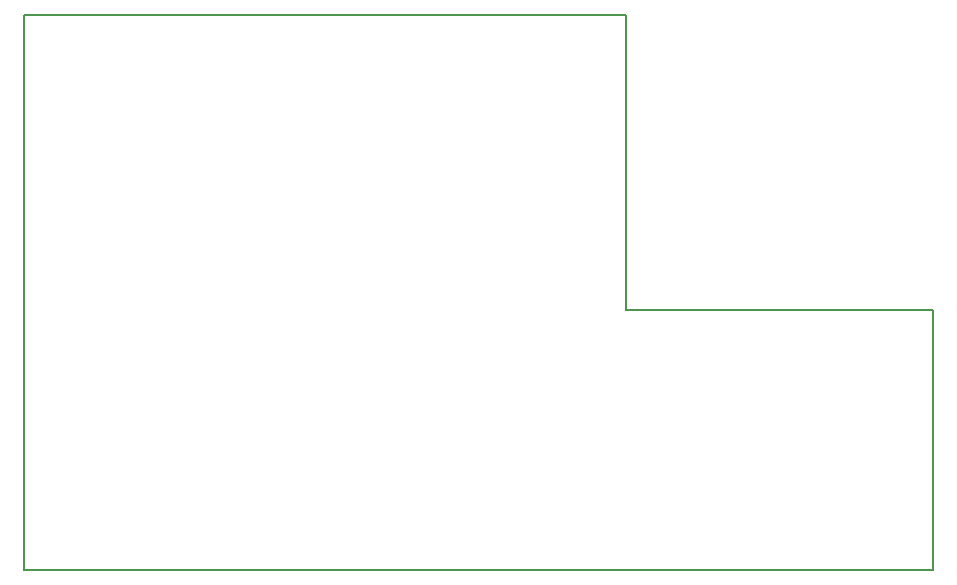
<source format=gko>
G04*
G04 #@! TF.GenerationSoftware,Altium Limited,Altium Designer,18.0.11 (651)*
G04*
G04 Layer_Color=16711935*
%FSLAX43Y43*%
%MOMM*%
G71*
G01*
G75*
%ADD10C,0.200*%
D10*
X77000Y0D02*
Y22000D01*
X51000D02*
X77000D01*
X51000D02*
Y47000D01*
X0D02*
X51000D01*
X0Y0D02*
Y47000D01*
Y0D02*
X77000D01*
M02*

</source>
